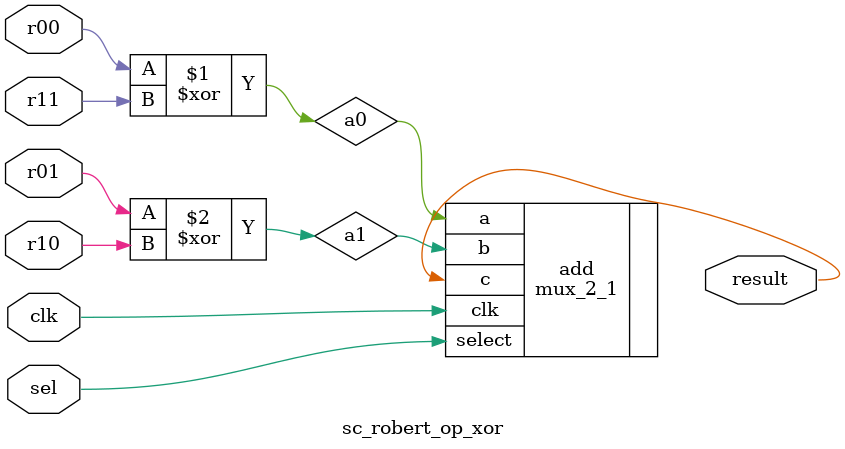
<source format=sv>
`timescale 1us/1ns

module sc_robert_op_xor(
    input logic clk,
    input logic r00, r01, r10, r11, 
    input logic sel,
    output logic result
);

    logic a0, a1;

    assign a0 = r00 ^ r11;

    assign a1 = r01 ^ r10;

    mux_2_1 add (
        .clk(clk),
        .a(a0),
        .b(a1),
        .select(sel),
        .c(result)
    );

endmodule

</source>
